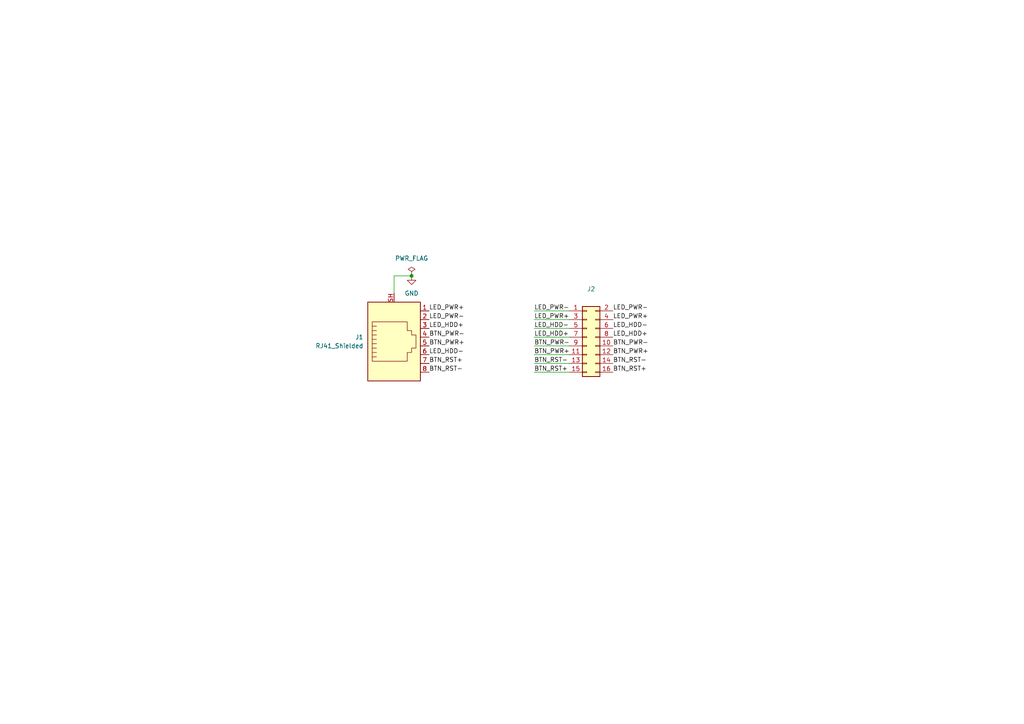
<source format=kicad_sch>
(kicad_sch (version 20230121) (generator eeschema)
  (paper "A4")
  (lib_symbols
    (symbol "Connector:RJ41_Shielded" (pin_names (offset 1.016))
      (property "Reference" "J" (at -5.08 13.97 0))
      (property "Value" "RJ41_Shielded" (at 2.54 13.97 0))
      (symbol "RJ41_Shielded_0_1"
        (polyline (pts (xy -5.08 4.445) (xy -6.35 4.445)))
        (polyline (pts (xy -5.08 5.715) (xy -6.35 5.715)))
        (polyline (pts (xy -6.35 -3.175) (xy -5.08 -3.175) (xy -5.08 -3.175)))
        (polyline (pts (xy -6.35 -1.905) (xy -5.08 -1.905) (xy -5.08 -1.905)))
        (polyline (pts (xy -6.35 -0.635) (xy -5.08 -0.635) (xy -5.08 -0.635)))
        (polyline (pts (xy -6.35 0.635) (xy -5.08 0.635) (xy -5.08 0.635)))
        (polyline (pts (xy -6.35 1.905) (xy -5.08 1.905) (xy -5.08 1.905)))
        (polyline (pts (xy -5.08 3.175) (xy -6.35 3.175) (xy -6.35 3.175)))
        (polyline (pts (xy -6.35 -4.445) (xy -6.35 6.985) (xy 3.81 6.985) (xy 3.81 4.445) (xy 5.08 4.445) (xy 5.08 3.175) (xy 6.35 3.175) (xy 6.35 -0.635) (xy 5.08 -0.635) (xy 5.08 -1.905) (xy 3.81 -1.905) (xy 3.81 -4.445) (xy -6.35 -4.445) (xy -6.35 -4.445)))
        (rectangle (start 7.62 12.7) (end -7.62 -10.16) (stroke (width 0.254)) (fill (type background)))
      )
      (symbol "RJ41_Shielded_1_1"
        (pin passive line (at 10.16 -7.62 180) (length 2.54) (name "~") (number "1"))
        (pin passive line (at 10.16 -5.08 180) (length 2.54) (name "~") (number "2"))
        (pin passive line (at 10.16 -2.54 180) (length 2.54) (name "~") (number "3"))
        (pin passive line (at 10.16 0 180) (length 2.54) (name "~") (number "4"))
        (pin passive line (at 10.16 2.54 180) (length 2.54) (name "~") (number "5"))
        (pin passive line (at 10.16 5.08 180) (length 2.54) (name "~") (number "6"))
        (pin passive line (at 10.16 7.62 180) (length 2.54) (name "~") (number "7"))
        (pin passive line (at 10.16 10.16 180) (length 2.54) (name "~") (number "8"))
        (pin passive line (at 0 -12.7 90) (length 2.54) (name "~") (number "SH"))
      )
    )
    (symbol "Connector_Generic:Conn_02x08_Odd_Even" (pin_names (offset 1.016) hide)
      (property "Reference" "J" (at 1.27 10.16 0))
      (property "Value" "Conn_02x08_Odd_Even" (at 1.27 -12.7 0))
      (symbol "Conn_02x08_Odd_Even_1_1"
        (rectangle (start -1.27 -10.033) (end 0 -10.287) (stroke (width 0.1524)))
        (rectangle (start -1.27 -7.493) (end 0 -7.747) (stroke (width 0.1524)))
        (rectangle (start -1.27 -4.953) (end 0 -5.207) (stroke (width 0.1524)))
        (rectangle (start -1.27 -2.413) (end 0 -2.667) (stroke (width 0.1524)))
        (rectangle (start -1.27 0.127) (end 0 -0.127) (stroke (width 0.1524)))
        (rectangle (start -1.27 2.667) (end 0 2.413) (stroke (width 0.1524)))
        (rectangle (start -1.27 5.207) (end 0 4.953) (stroke (width 0.1524)))
        (rectangle (start -1.27 7.747) (end 0 7.493) (stroke (width 0.1524)))
        (rectangle (start -1.27 8.89) (end 3.81 -11.43) (stroke (width 0.254)) (fill (type background)))
        (rectangle (start 3.81 -10.033) (end 2.54 -10.287) (stroke (width 0.1524)))
        (rectangle (start 3.81 -7.493) (end 2.54 -7.747) (stroke (width 0.1524)))
        (rectangle (start 3.81 -4.953) (end 2.54 -5.207) (stroke (width 0.1524)))
        (rectangle (start 3.81 -2.413) (end 2.54 -2.667) (stroke (width 0.1524)))
        (rectangle (start 3.81 0.127) (end 2.54 -0.127) (stroke (width 0.1524)))
        (rectangle (start 3.81 2.667) (end 2.54 2.413) (stroke (width 0.1524)))
        (rectangle (start 3.81 5.207) (end 2.54 4.953) (stroke (width 0.1524)))
        (rectangle (start 3.81 7.747) (end 2.54 7.493) (stroke (width 0.1524)))
        (pin passive line (at -5.08 7.62 0) (length 3.81) (name "Pin_1") (number "1"))
        (pin passive line (at 7.62 -2.54 180) (length 3.81) (name "Pin_10") (number "10"))
        (pin passive line (at -5.08 -5.08 0) (length 3.81) (name "Pin_11") (number "11"))
        (pin passive line (at 7.62 -5.08 180) (length 3.81) (name "Pin_12") (number "12"))
        (pin passive line (at -5.08 -7.62 0) (length 3.81) (name "Pin_13") (number "13"))
        (pin passive line (at 7.62 -7.62 180) (length 3.81) (name "Pin_14") (number "14"))
        (pin passive line (at -5.08 -10.16 0) (length 3.81) (name "Pin_15") (number "15"))
        (pin passive line (at 7.62 -10.16 180) (length 3.81) (name "Pin_16") (number "16"))
        (pin passive line (at 7.62 7.62 180) (length 3.81) (name "Pin_2") (number "2"))
        (pin passive line (at -5.08 5.08 0) (length 3.81) (name "Pin_3") (number "3"))
        (pin passive line (at 7.62 5.08 180) (length 3.81) (name "Pin_4") (number "4"))
        (pin passive line (at -5.08 2.54 0) (length 3.81) (name "Pin_5") (number "5"))
        (pin passive line (at 7.62 2.54 180) (length 3.81) (name "Pin_6") (number "6"))
        (pin passive line (at -5.08 0 0) (length 3.81) (name "Pin_7") (number "7"))
        (pin passive line (at 7.62 0 180) (length 3.81) (name "Pin_8") (number "8"))
        (pin passive line (at -5.08 -2.54 0) (length 3.81) (name "Pin_9") (number "9"))
      )
    )
    (symbol "power:GND" (power) (pin_names (offset 0))
      (property "Value" "GND" (at 0 -3.81 0))
      (symbol "GND_0_1"
        (polyline (pts (xy 0 0) (xy 0 -1.27) (xy 1.27 -1.27) (xy 0 -2.54) (xy -1.27 -1.27) (xy 0 -1.27)))
      )
      (symbol "GND_1_1"
        (pin power_in line (at 0 0 270) (length 0) hide (name "GND") (number "1"))
      )
    )
    (symbol "power:PWR_FLAG" (power) (pin_numbers hide) (pin_names (offset 0) hide)
      (property "Value" "PWR_FLAG" (at 0 3.81 0))
      (symbol "PWR_FLAG_0_0"
        (pin power_out line (at 0 0 90) (length 0) (name "pwr") (number "1"))
      )
      (symbol "PWR_FLAG_0_1"
        (polyline (pts (xy 0 0) (xy 0 1.27) (xy -1.016 1.905) (xy 0 2.54) (xy 1.016 1.905) (xy 0 1.27)))
      )
    )
  )
  (junction (at 119.38 80.01))
  (wire (pts (xy 154.94 105.41) (xy 165.1 105.41)))
  (wire (pts (xy 154.94 100.33) (xy 165.1 100.33)))
  (wire (pts (xy 154.94 107.95) (xy 165.1 107.95)))
  (wire (pts (xy 154.94 102.87) (xy 165.1 102.87)))
  (wire (pts (xy 154.94 97.79) (xy 165.1 97.79)))
  (wire (pts (xy 154.94 92.71) (xy 165.1 92.71)))
  (wire (pts (xy 114.3 85.09) (xy 114.3 80.01)))
  (wire (pts (xy 154.94 95.25) (xy 165.1 95.25)))
  (wire (pts (xy 114.3 80.01) (xy 119.38 80.01)))
  (wire (pts (xy 154.94 90.17) (xy 165.1 90.17)))
  (label "LED_HDD-" (at 124.46 102.87 0))
  (label "LED_HDD+" (at 124.46 95.25 0))
  (label "BTN_RST+" (at 154.94 107.95 0))
  (label "BTN_RST+" (at 124.46 105.41 0))
  (label "BTN_RST-" (at 154.94 105.41 0))
  (label "BTN_PWR+" (at 177.8 102.87 0))
  (label "LED_PWR-" (at 177.8 90.17 0))
  (label "LED_PWR+" (at 154.94 92.71 0))
  (label "LED_HDD-" (at 154.94 95.25 0))
  (label "LED_HDD+" (at 177.8 97.79 0))
  (label "LED_HDD+" (at 154.94 97.79 0))
  (label "BTN_RST+" (at 177.8 107.95 0))
  (label "LED_PWR+" (at 124.46 90.17 0))
  (label "BTN_PWR-" (at 177.8 100.33 0))
  (label "BTN_PWR+" (at 124.46 100.33 0))
  (label "BTN_RST-" (at 177.8 105.41 0))
  (label "BTN_PWR-" (at 124.46 97.79 0))
  (label "BTN_PWR-" (at 154.94 100.33 0))
  (label "LED_PWR-" (at 154.94 90.17 0))
  (label "BTN_PWR+" (at 154.94 102.87 0))
  (label "LED_PWR-" (at 124.46 92.71 0))
  (label "BTN_RST-" (at 124.46 107.95 0))
  (label "LED_HDD-" (at 177.8 95.25 0))
  (label "LED_PWR+" (at 177.8 92.71 0))
  (symbol (lib_id "power:GND") (at 119.38 80.01 0) (unit 1)
    (property "Reference" "#PWR01" (effects hide))
    (property "Value" "GND" (at 119.38 85.09 0))
  )
  (symbol (lib_id "Connector:RJ41_Shielded") (at 114.3 97.79 0) (mirror x) (unit 1)
    (property "Reference" "J1" (at 105.41 97.79 0) (effects (justify right)))
    (property "Value" "RJ41_Shielded" (at 105.41 100.33 0) (effects (justify right)))
    (property "Footprint" "Connector_RJ:RJ45_Amphenol_RJHSE5380" (effects hide))
  )
  (symbol (lib_id "Connector_Generic:Conn_02x08_Odd_Even") (at 170.18 97.79 0) (unit 1)
    (property "Reference" "J2" (at 171.45 83.82 0))
    (property "Value" "Conn_02x08_Odd_Even" (effects hide))
    (property "Footprint" "Connector_PinHeader_2.54mm:PinHeader_2x08_P2.54mm_Vertical" (effects hide))
  )
  (symbol (lib_id "power:PWR_FLAG") (at 119.38 80.01 0) (unit 1)
    (property "Reference" "#FLG01" (effects hide))
    (property "Value" "PWR_FLAG" (at 119.38 74.93 0))
  )
)
</source>
